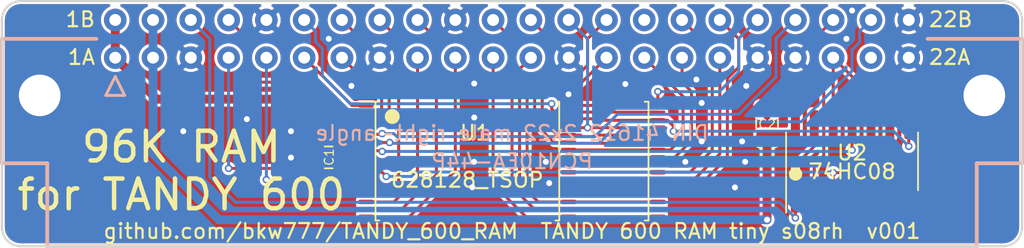
<source format=kicad_pcb>
(kicad_pcb (version 20211014) (generator pcbnew)
  (title_block (title "TANDY 600 RAM tiny s08rh") (date "2022-09-25") (rev "001") (company "Brian K. White - b.kenyon.w@gmail.com") (comment 1 "LICENSE: CC-BY-SA 4.0") (comment 2 "github.com/bkw777/TANDY_600_RAM"))
  (layers (0 "F.Cu" signal) (31 "B.Cu" signal) (34 "B.Paste" user) (35 "F.Paste" user) (36 "B.SilkS" user "B.Silkscreen") (37 "F.SilkS" user "F.Silkscreen") (38 "B.Mask" user) (39 "F.Mask" user) (44 "Edge.Cuts" user))
  (net 0 "")
  (net 1 "GND")
  (net 2 "VMEM")
  (net 3 "VCC")
  (net 4 "/A14")
  (net 5 "/A13")
  (net 6 "/A12")
  (net 7 "/A11")
  (net 8 "/A10")
  (net 9 "/A9")
  (net 10 "/A8")
  (net 11 "/A7")
  (net 12 "/A6")
  (net 13 "/A5")
  (net 14 "/A4")
  (net 15 "/A3")
  (net 16 "/A2")
  (net 17 "/A1")
  (net 18 "/A0")
  (net 19 "/D7")
  (net 20 "/D6")
  (net 21 "/D5")
  (net 22 "/D4")
  (net 23 "/D3")
  (net 24 "/D2")
  (net 25 "/D1")
  (net 26 "/D0")
  (net 27 "/~{OE}")
  (net 28 "/~{WE}")
  (net 29 "/CS2")
  (net 30 "/A15")
  (net 31 "/A16")
  (net 32 "/~{CS1}")
  (net 33 "/~{CS1_B}")
  (net 34 "/~{CS1_C}")
  (net 35 "/~{CS1_A}")
  (footprint "000_LOCAL:TSOP32-dual" (layer "F.Cu") (at 146.05 109.75)
    (fp_text reference "U1" (at -2.492 -1.905) (layer "F.SilkS"))
    (fp_text value "628128_TSOP" (at -3 1.27) (layer "F.SilkS"))
    (fp_line (start 3.175 -4) (end 2.925 -4) (layer "F.SilkS") (width 0.12))
    (fp_line (start 3.175 4) (end 2.925 4) (layer "F.SilkS") (width 0.12))
    (fp_line (start 9.175 4) (end 9.175 -4) (layer "F.SilkS") (width 0.12))
    (fp_line (start -10.25 -4) (end -8.925 -4) (layer "F.SilkS") (width 0.12))
    (fp_line (start 9.175 -4) (end 8.925 -4) (layer "F.SilkS") (width 0.12))
    (fp_line (start 9.175 4) (end 8.925 4) (layer "F.SilkS") (width 0.12))
    (fp_line (start -9.175 -4) (end -9.175 4) (layer "F.SilkS") (width 0.12))
    (fp_line (start -9.175 4) (end -8.925 4) (layer "F.SilkS") (width 0.12))
    (fp_line (start 3.175 4) (end 3.175 -4) (layer "F.SilkS") (width 0.12))
    (fp_circle (center -8.05 -3) (end -8.05 -2.75) (layer "F.SilkS") (width 0.5) (fill none))
    (pad "1" smd roundrect (at -9.8 -3.75 270) (size 0.3 1) (layers "F.Cu" "F.Paste" "F.Mask") (net 7 "/A11"))
    (pad "2" smd roundrect (at -9.8 -3.25 270) (size 0.3 1) (layers "F.Cu" "F.Paste" "F.Mask") (net 9 "/A9"))
    (pad "3" smd roundrect (at -9.8 -2.75 270) (size 0.3 1) (layers "F.Cu" "F.Paste" "F.Mask") (net 10 "/A8"))
    (pad "4" smd roundrect (at -9.8 -2.25 270) (size 0.3 1) (layers "F.Cu" "F.Paste" "F.Mask") (net 5 "/A13"))
    (pad "5" smd roundrect (at -9.8 -1.75 270) (size 0.3 1) (layers "F.Cu" "F.Paste" "F.Mask") (net 28 "/~{WE}"))
    (pad "6" smd roundrect (at -9.8 -1.25 270) (size 0.3 1) (layers "F.Cu" "F.Paste" "F.Mask") (net 29 "/CS2"))
    (pad "7" smd roundrect (at -9.8 -0.75 270) (size 0.3 1) (layers "F.Cu" "F.Paste" "F.Mask") (net 30 "/A15"))
    (pad "8" smd roundrect (at -9.8 -0.25 270) (size 0.3 1) (layers "F.Cu" "F.Paste" "F.Mask") (net 2 "VMEM"))
    (pad "9" smd roundrect (at -9.8 0.25 270) (size 0.3 1) (layers "F.Cu" "F.Paste" "F.Mask"))
    (pad "10" smd roundrect (at -9.8 0.75 270) (size 0.3 1) (layers "F.Cu" "F.Paste" "F.Mask") (net 31 "/A16"))
    (pad "11" smd roundrect (at -9.8 1.25 270) (size 0.3 1) (layers "F.Cu" "F.Paste" "F.Mask") (net 4 "/A14"))
    (pad "12" smd roundrect (at -9.8 1.75 270) (size 0.3 1) (layers "F.Cu" "F.Paste" "F.Mask") (net 6 "/A12"))
    (pad "13" smd roundrect (at -9.8 2.25 270) (size 0.3 1) (layers "F.Cu" "F.Paste" "F.Mask") (net 11 "/A7"))
    (pad "14" smd roundrect (at -9.8 2.75 270) (size 0.3 1) (layers "F.Cu" "F.Paste" "F.Mask") (net 12 "/A6"))
    (pad "15" smd roundrect (at -9.8 3.25 270) (size 0.3 1) (layers "F.Cu" "F.Paste" "F.Mask") (net 13 "/A5"))
    (pad "16" smd roundrect (at -9.8 3.75 270) (size 0.3 1) (layers "F.Cu" "F.Paste" "F.Mask") (net 14 "/A4"))
    (pad "17" smd roundrect (at 9.8 3.75 270) (size 0.3 1) (layers "F.Cu" "F.Paste" "F.Mask") (net 15 "/A3"))
    (pad "17" smd roundrect (at 3.8 3.75 270) (size 0.3 1) (layers "F.Cu" "F.Paste" "F.Mask") (net 15 "/A3"))
    (pad "18" smd roundrect (at 3.8 3.25 270) (size 0.3 1) (layers "F.Cu" "F.Paste" "F.Mask") (net 16 "/A2"))
    (pad "18" smd roundrect (at 9.8 3.25 270) (size 0.3 1) (layers "F.Cu" "F.Paste" "F.Mask") (net 16 "/A2"))
    (pad "19" smd roundrect (at 9.8 2.75 270) (size 0.3 1) (layers "F.Cu" "F.Paste" "F.Mask") (net 17 "/A1"))
    (pad "19" smd roundrect (at 3.8 2.75 270) (size 0.3 1) (layers "F.Cu" "F.Paste" "F.Mask") (net 17 "/A1"))
    (pad "20" smd roundrect (at 9.8 2.25 270) (size 0.3 1) (layers "F.Cu" "F.Paste" "F.Mask") (net 18 "/A0"))
    (pad "20" smd roundrect (at 3.8 2.25 270) (size 0.3 1) (layers "F.Cu" "F.Paste" "F.Mask") (net 18 "/A0"))
    (pad "21" smd roundrect (at 9.8 1.75 270) (size 0.3 1) (layers "F.Cu" "F.Paste" "F.Mask") (net 26 "/D0"))
    (pad "21" smd roundrect (at 3.8 1.75 270) (size 0.3 1) (layers "F.Cu" "F.Paste" "F.Mask") (net 26 "/D0"))
    (pad "22" smd roundrect (at 9.8 1.25 270) (size 0.3 1) (layers "F.Cu" "F.Paste" "F.Mask") (net 25 "/D1"))
    (pad "22" smd roundrect (at 3.8 1.25 270) (size 0.3 1) (layers "F.Cu" "F.Paste" "F.Mask") (net 25 "/D1"))
    (pad "23" smd roundrect (at 3.8 0.75 270) (size 0.3 1) (layers "F.Cu" "F.Paste" "F.Mask") (net 24 "/D2"))
    (pad "23" smd roundrect (at 9.8 0.75 270) (size 0.3 1) (layers "F.Cu" "F.Paste" "F.Mask") (net 24 "/D2"))
    (pad "24" smd roundrect (at 3.8 0.25 270) (size 0.3 1) (layers "F.Cu" "F.Paste" "F.Mask") (net 1 "GND"))
    (pad "24" smd roundrect (at 9.8 0.25 270) (size 0.3 1) (layers "F.Cu" "F.Paste" "F.Mask") (net 1 "GND"))
    (pad "25" smd roundrect (at 9.8 -0.25 270) (size 0.3 1) (layers "F.Cu" "F.Paste" "F.Mask") (net 23 "/D3"))
    (pad "25" smd roundrect (at 3.8 -0.25 270) (size 0.3 1) (layers "F.Cu" "F.Paste" "F.Mask") (net 23 "/D3"))
    (pad "26" smd roundrect (at 3.8 -0.75 270) (size 0.3 1) (layers "F.Cu" "F.Paste" "F.Mask") (net 22 "/D4"))
    (pad "26" smd roundrect (at 9.8 -0.75 270) (size 0.3 1) (layers "F.Cu" "F.Paste" "F.Mask") (net 22 "/D4"))
    (pad "27" smd roundrect (at 9.8 -1.25 270) (size 0.3 1) (layers "F.Cu" "F.Paste" "F.Mask") (net 21 "/D5"))
    (pad "27" smd roundrect (at 3.8 -1.25 270) (size 0.3 1) (layers "F.Cu" "F.Paste" "F.Mask") (net 21 "/D5"))
    (pad "28" smd roundrect (at 9.8 -1.75 270) (size 0.3 1) (layers "F.Cu" "F.Paste" "F.Mask") (net 20 "/D6"))
    (pad "28" smd roundrect (at 3.8 -1.75 270) (size 0.3 1) (layers "F.Cu" "F.Paste" "F.Mask") (net 20 "/D6"))
    (pad "29" smd roundrect (at 3.8 -2.25 270) (size 0.3 1) (layers "F.Cu" "F.Paste" "F.Mask") (net 19 "/D7"))
    (pad "29" smd roundrect (at 9.8 -2.25 270) (size 0.3 1) (layers "F.Cu" "F.Paste" "F.Mask") (net 19 "/D7"))
    (pad "30" smd roundrect (at 9.8 -2.75 270) (size 0.3 1) (layers "F.Cu" "F.Paste" "F.Mask") (net 32 "/~{CS1}"))
    (pad "30" smd roundrect (at 3.8 -2.75 270) (size 0.3 1) (layers "F.Cu" "F.Paste" "F.Mask") (net 32 "/~{CS1}"))
    (pad "31" smd roundrect (at 9.8 -3.25 270) (size 0.3 1) (layers "F.Cu" "F.Paste" "F.Mask") (net 8 "/A10"))
    (pad "31" smd roundrect (at 3.8 -3.25 270) (size 0.3 1) (layers "F.Cu" "F.Paste" "F.Mask") (net 8 "/A10"))
    (pad "32" smd roundrect (at 3.8 -3.75 270) (size 0.3 1) (layers "F.Cu" "F.Paste" "F.Mask") (net 27 "/~{OE}"))
    (pad "32" smd roundrect (at 9.8 -3.75 270) (size 0.3 1) (layers "F.Cu" "F.Paste" "F.Mask") (net 27 "/~{OE}"))
  )
  (footprint "000_LOCAL:SOIC-14_3.9x8.7mm_P1.27mm" (layer "F.Cu") (at 168.91 109.76912 90)
    (fp_text reference "U2" (at 0.58412 0 180) (layer "F.SilkS"))
    (fp_text value "74HC08" (at -0.68588 0) (layer "F.SilkS"))
    (fp_line (start 0 4.435) (end -1.95 4.435) (layer "F.SilkS") (width 0.12))
    (fp_line (start 0 4.435) (end 1.95 4.435) (layer "F.SilkS") (width 0.12))
    (fp_line (start 0 -4.435) (end -3.45 -4.435) (layer "F.SilkS") (width 0.12))
    (fp_line (start 0 -4.435) (end 1.95 -4.435) (layer "F.SilkS") (width 0.12))
    (fp_circle (center -0.85 -3.8) (end -0.45 -3.8) (layer "F.SilkS") (width 0.1) (fill solid))
    (pad "1" smd roundrect (at -2.475 -3.81 90) (size 1.95 0.6) (layers "F.Cu" "F.Paste" "F.Mask") (net 35 "/~{CS1_A}"))
    (pad "2" smd roundrect (at -2.475 -2.54 90) (size 1.95 0.6) (layers "F.Cu" "F.Paste" "F.Mask") (net 33 "/~{CS1_B}"))
    (pad "3" smd roundrect (at -2.475 -1.27 90) (size 1.95 0.6) (layers "F.Cu" "F.Paste" "F.Mask") (net 31 "/A16"))
    (pad "4" smd roundrect (at -2.475 0 90) (size 1.95 0.6) (layers "F.Cu" "F.Paste" "F.Mask") (net 1 "GND"))
    (pad "5" smd roundrect (at -2.475 1.27 90) (size 1.95 0.6) (layers "F.Cu" "F.Paste" "F.Mask") (net 1 "GND"))
    (pad "6" smd roundrect (at -2.475 2.54 90) (size 1.95 0.6) (layers "F.Cu" "F.Paste" "F.Mask"))
    (pad "7" smd roundrect (at -2.475 3.81 90) (size 1.95 0.6) (layers "F.Cu" "F.Paste" "F.Mask") (net 1 "GND"))
    (pad "8" smd roundrect (at 2.475 3.81 90) (size 1.95 0.6) (layers "F.Cu" "F.Paste" "F.Mask") (net 32 "/~{CS1}"))
    (pad "9" smd roundrect (at 2.475 2.54 90) (size 1.95 0.6) (layers "F.Cu" "F.Paste" "F.Mask") (net 31 "/A16"))
    (pad "10" smd roundrect (at 2.475 1.27 90) (size 1.95 0.6) (layers "F.Cu" "F.Paste" "F.Mask") (net 34 "/~{CS1_C}"))
    (pad "11" smd roundrect (at 2.475 0 90) (size 1.95 0.6) (layers "F.Cu" "F.Paste" "F.Mask") (net 30 "/A15"))
    (pad "12" smd roundrect (at 2.475 -1.27 90) (size 1.95 0.6) (layers "F.Cu" "F.Paste" "F.Mask") (net 34 "/~{CS1_C}"))
    (pad "13" smd roundrect (at 2.475 -2.54 90) (size 1.95 0.6) (layers "F.Cu" "F.Paste" "F.Mask") (net 35 "/~{CS1_A}"))
    (pad "14" smd roundrect (at 2.475 -3.81 90) (size 1.95 0.6) (layers "F.Cu" "F.Paste" "F.Mask") (net 3 "VCC"))
  )
  (footprint "000_LOCAL:C_0805" (layer "F.Cu") (at 133.725 109.5 180)
    (fp_text reference "C1" (at -0.0326 0.0198 90 unlocked) (layer "F.SilkS") (effects (font (size 0.6 0.6) (thickness 0.08))))
    (fp_text value "0.1uF")
    (fp_line (start -0.261252 -0.735) (end 0.261252 -0.735) (layer "F.SilkS") (width 0.12))
    (fp_line (start -0.261252 0.735) (end 0.261252 0.735) (layer "F.SilkS") (width 0.12))
    (pad "1" smd roundrect (at -0.95 0 180) (size 1 1.45) (layers "F.Cu" "F.Paste" "F.Mask") (net 2 "VMEM"))
    (pad "2" smd roundrect (at 0.95 0 180) (size 1 1.45) (layers "F.Cu" "F.Paste" "F.Mask") (net 1 "GND"))
  )
  (footprint "000_LOCAL:C_0805" (layer "F.Cu") (at 163.195 107.22912 90)
    (fp_text reference "C2" (at -0.025 0 unlocked) (layer "F.SilkS") (effects (font (size 0.6 0.6) (thickness 0.08))))
    (fp_text value "0.1uF")
    (fp_line (start -0.261252 0.735) (end 0.261252 0.735) (layer "F.SilkS") (width 0.12))
    (fp_line (start -0.261252 -0.735) (end 0.261252 -0.735) (layer "F.SilkS") (width 0.12))
    (pad "1" smd roundrect (at -0.95 0 90) (size 1 1.45) (layers "F.Cu" "F.Paste" "F.Mask") (net 3 "VCC"))
    (pad "2" smd roundrect (at 0.95 0 90) (size 1 1.45) (layers "F.Cu" "F.Paste" "F.Mask") (net 1 "GND"))
  )
  (footprint "000_LOCAL:DIN 41612 2x22 male right-angle" (layer "B.Cu") (at 146.05 101.51356 180)
    (fp_text reference "J1" hide)
    (fp_text value "DIN 41612 2x22 male right-angle" (at 0 -6.35) (layer "B.SilkS") (effects (justify mirror)))
    (fp_line (start 34.29 -8.382) (end 31.242 -8.382) (layer "B.SilkS") (width 0.254))
    (fp_line (start -31.242 -8.382) (end -34.29 -8.382) (layer "B.SilkS") (width 0.254))
    (fp_line (start 34.29 0) (end 34.29 -8.382) (layer "B.SilkS") (width 0.254))
    (fp_line (start -31.242 -13.97) (end -31.242 -8.382) (layer "B.SilkS") (width 0.254))
    (fp_line (start 31.242 -13.97) (end 31.242 -8.382) (layer "B.SilkS") (width 0.254))
    (fp_line (start -34.29 0) (end -34.29 -8.382) (layer "B.SilkS") (width 0.254))
    (fp_line (start 27.305 -3.81) (end 26.67 -2.54) (layer "B.SilkS") (width 0.2))
    (fp_line (start 31.242 -13.97) (end -31.242 -13.97) (layer "B.SilkS") (width 0.254))
    (fp_line (start 26.67 -2.54) (end 26.035 -3.81) (layer "B.SilkS") (width 0.2))
    (fp_line (start -27.94 0) (end -34.29 0) (layer "B.SilkS") (width 0.254))
    (fp_line (start 27.94 0) (end 34.29 0) (layer "B.SilkS") (width 0.254))
    (fp_line (start 26.035 -3.81) (end 27.305 -3.81) (layer "B.SilkS") (width 0.2))
    (pad "1A" thru_hole circle (at 26.67 -1.27 180) (size 1.524 1.524) (drill 0.8) (layers *.Cu *.Mask) (net 2 "VMEM"))
    (pad "1B" thru_hole circle (at 26.67 1.27 180) (size 1.524 1.524) (drill 0.8) (layers *.Cu *.Mask) (net 2 "VMEM"))
    (pad "2A" thru_hole circle (at 24.13 -1.27 180) (size 1.524 1.524) (drill 0.8) (layers *.Cu *.Mask) (net 3 "VCC"))
    (pad "2B" thru_hole circle (at 24.13 1.27 180) (size 1.524 1.524) (drill 0.8) (layers *.Cu *.Mask) (net 3 "VCC"))
    (pad "3A" thru_hole circle (at 21.59 -1.27 180) (size 1.524 1.524) (drill 0.8) (layers *.Cu *.Mask) (net 1 "GND"))
    (pad "3B" thru_hole circle (at 21.59 1.27 180) (size 1.524 1.524) (drill 0.8) (layers *.Cu *.Mask) (net 35 "/~{CS1_A}"))
    (pad "4A" thru_hole circle (at 19.05 -1.27 180) (size 1.524 1.524) (drill 0.8) (layers *.Cu *.Mask) (net 4 "/A14"))
    (pad "4B" thru_hole circle (at 19.05 1.27 180) (size 1.524 1.524) (drill 0.8) (layers *.Cu *.Mask) (net 5 "/A13"))
    (pad "5A" thru_hole circle (at 16.51 -1.27 180) (size 1.524 1.524) (drill 0.8) (layers *.Cu *.Mask) (net 6 "/A12"))
    (pad "5B" thru_hole circle (at 16.51 1.27 180) (size 1.524 1.524) (drill 0.8) (layers *.Cu *.Mask) (net 1 "GND"))
    (pad "6A" thru_hole circle (at 13.97 -1.27 180) (size 1.524 1.524) (drill 0.8) (layers *.Cu *.Mask) (net 7 "/A11"))
    (pad "6B" thru_hole circle (at 13.97 1.27 180) (size 1.524 1.524) (drill 0.8) (layers *.Cu *.Mask) (net 8 "/A10"))
    (pad "7A" thru_hole circle (at 11.43 -1.27 180) (size 1.524 1.524) (drill 0.8) (layers *.Cu *.Mask) (net 9 "/A9"))
    (pad "7B" thru_hole circle (at 11.43 1.27 180) (size 1.524 1.524) (drill 0.8) (layers *.Cu *.Mask) (net 10 "/A8"))
    (pad "8A" thru_hole circle (at 8.89 -1.27 180) (size 1.524 1.524) (drill 0.8) (layers *.Cu *.Mask) (net 1 "GND"))
    (pad "8B" thru_hole circle (at 8.89 1.27 180) (size 1.524 1.524) (drill 0.8) (layers *.Cu *.Mask) (net 11 "/A7"))
    (pad "9A" thru_hole circle (at 6.35 -1.27 180) (size 1.524 1.524) (drill 0.8) (layers *.Cu *.Mask) (net 12 "/A6"))
    (pad "9B" thru_hole circle (at 6.35 1.27 180) (size 1.524 1.524) (drill 0.8) (layers *.Cu *.Mask) (net 13 "/A5"))
    (pad "10A" thru_hole circle (at 3.81 -1.27 180) (size 1.524 1.524) (drill 0.8) (layers *.Cu *.Mask) (net 14 "/A4"))
    (pad "10B" thru_hole circle (at 3.81 1.27 180) (size 1.524 1.524) (drill 0.8) (layers *.Cu *.Mask) (net 1 "GND"))
    (pad "11A" thru_hole circle (at 1.27 -1.27 180) (size 1.524 1.524) (drill 0.8) (layers *.Cu *.Mask) (net 15 "/A3"))
    (pad "11B" thru_hole circle (at 1.27 1.27 180) (size 1.524 1.524) (drill 0.8) (layers *.Cu *.Mask) (net 16 "/A2"))
    (pad "12A" thru_hole circle (at -1.27 -1.27 180) (size 1.524 1.524) (drill 0.8) (layers *.Cu *.Mask) (net 17 "/A1"))
    (pad "12B" thru_hole circle (at -1.27 1.27 180) (size 1.524 1.524) (drill 0.8) (layers *.Cu *.Mask) (net 18 "/A0"))
    (pad "13A" thru_hole circle (at -3.81 -1.27 180) (size 1.524 1.524) (drill 0.8) (layers *.Cu *.Mask) (net 1 "GND"))
    (pad "13B" thru_hole circle (at -3.81 1.27 180) (size 1.524 1.524) (drill 0.8) (layers *.Cu *.Mask) (net 19 "/D7"))
    (pad "14A" thru_hole circle (at -6.35 -1.27 180) (size 1.524 1.524) (drill 0.8) (layers *.Cu *.Mask) (net 20 "/D6"))
    (pad "14B" thru_hole circle (at -6.35 1.27 180) (size 1.524 1.524) (drill 0.8) (layers *.Cu *.Mask) (net 21 "/D5"))
    (pad "15A" thru_hole circle (at -8.89 -1.27 180) (size 1.524 1.524) (drill 0.8) (layers *.Cu *.Mask) (net 22 "/D4"))
    (pad "15B" thru_hole circle (at -8.89 1.27 180) (size 1.524 1.524) (drill 0.8) (layers *.Cu *.Mask))
    (pad "16A" thru_hole circle (at -11.43 -1.27 180) (size 1.524 1.524) (drill 0.8) (layers *.Cu *.Mask) (net 23 "/D3"))
    (pad "16B" thru_hole circle (at -11.43 1.27 180) (size 1.524 1.524) (drill 0.8) (layers *.Cu *.Mask) (net 24 "/D2"))
    (pad "17A" thru_hole circle (at -13.97 -1.27 180) (size 1.524 1.524) (drill 0.8) (layers *.Cu *.Mask) (net 25 "/D1"))
    (pad "17B" thru_hole circle (at -13.97 1.27 180) (size 1.524 1.524) (drill 0.8) (layers *.Cu *.Mask) (net 26 "/D0"))
    (pad "18A" thru_hole circle (at -16.51 -1.27 180) (size 1.524 1.524) (drill 0.8) (layers *.Cu *.Mask) (net 1 "GND"))
    (pad "18B" thru_hole circle (at -16.51 1.27 180) (size 1.524 1.524) (drill 0.8) (layers *.Cu *.Mask) (net 27 "/~{OE}"))
    (pad "19A" thru_hole circle (at -19.05 -1.27 180) (size 1.524 1.524) (drill 0.8) (layers *.Cu *.Mask) (net 1 "GND"))
    (pad "19B" thru_hole circle (at -19.05 1.27 180) (size 1.524 1.524) (drill 0.8) (layers *.Cu *.Mask) (net 28 "/~{WE}"))
    (pad "20A" thru_hole circle (at -21.59 -1.27 180) (size 1.524 1.524) (drill 0.8) (layers *.Cu *.Mask) (net 34 "/~{CS1_C}"))
    (pad "20B" thru_hole circle (at -21.59 1.27 180) (size 1.524 1.524) (drill 0.8) (layers *.Cu *.Mask) (net 33 "/~{CS1_B}"))
    (pad "21A" thru_hole circle (at -24.13 -1.27 180) (size 1.524 1.524) (drill 0.8) (layers *.Cu *.Mask))
    (pad "21B" thru_hole circle (at -24.13 1.27 180) (size 1.524 1.524) (drill 0.8) (layers *.Cu *.Mask) (net 29 "/CS2"))
    (pad "22A" thru_hole circle (at -26.67 -1.27 180) (size 1.524 1.524) (drill 0.8) (layers *.Cu *.Mask) (net 1 "GND"))
    (pad "22B" thru_hole circle (at -26.67 1.27 180) (size 1.524 1.524) (drill 0.8) (layers *.Cu *.Mask) (net 1 "GND"))
    (pad "S1" thru_hole oval (at 31.75 -3.81 180) (size 2.999999 4.500001) (drill 2.799999) (layers *.Cu *.Mask) (net 1 "GND"))
    (pad "S2" thru_hole oval (at -31.75 -3.81 180) (size 2.999999 4.500001) (drill 2.799999) (layers *.Cu *.Mask) (net 1 "GND"))
  )
  (gr_arc (start 111.76 100.24356) (mid 112.13196 99.345509) (end 113.03 98.97356) (layer "Edge.Cuts") (width 0.15))
  (gr_arc (start 179.07 98.97356) (mid 179.968011 99.345537) (end 180.34 100.24356) (layer "Edge.Cuts") (width 0.15))
  (gr_line (start 180.34 114.21356) (end 180.34 100.24356) (layer "Edge.Cuts") (width 0.15))
  (gr_arc (start 180.34 114.21356) (mid 179.968011 115.11156) (end 179.07 115.48356) (layer "Edge.Cuts") (width 0.15))
  (gr_arc (start 113.03 115.48356) (mid 112.13196 115.111588) (end 111.76 114.21356) (layer "Edge.Cuts") (width 0.15))
  (gr_line (start 113.03 98.97356) (end 179.07 98.97356) (layer "Edge.Cuts") (width 0.15))
  (gr_line (start 179.07 115.48356) (end 113.03 115.48356) (layer "Edge.Cuts") (width 0.15))
  (gr_line (start 111.76 114.21356) (end 111.76 100.24356) (layer "Edge.Cuts") (width 0.15))
  (gr_text "PCN10EA-44P" (at 146.05 109.76856) (layer "B.SilkS") (effects (font (size 1 1)) (justify mirror)))
  (gr_text "22B" (at 173.99 100.20856) (layer "F.SilkS") (effects (font (size 1 1)) (justify left)))
  (gr_text "22A" (at 173.99 102.74856) (layer "F.SilkS") (effects (font (size 1 1)) (justify left)))
  (gr_text "1A" (at 118.11 102.74856) (layer "F.SilkS") (effects (font (size 1 1)) (justify right)))
  (gr_text "1B" (at 118.11 100.20856) (layer "F.SilkS") (effects (font (size 1 1)) (justify right)))
  (gr_text "${COMMENT2}  ${TITLE}  v${REVISION}" (at 146.05 114.46756) (layer "F.SilkS") (effects (font (size 1 1))))
  (gr_text "96K RAM\nfor TANDY 600" (at 123.825 110.40356) (layer "F.SilkS") (effects (font (size 2 2) (thickness 0.3))))
  (via (at 149.85 105.24912) (size 0.6) (drill 0.4) (layers "F.Cu" "B.Cu") (net 1))
  (via (at 161.5186 108.42292) (size 0.6) (drill 0.4) (layers "F.Cu" "B.Cu") (net 1))
  (via (at 161.798 104.68912) (size 0.6) (drill 0.4) (layers "F.Cu" "B.Cu") (net 1))
  (via (at 148.325 109.79912) (size 0.6) (drill 0.4) (layers "F.Cu" "B.Cu") (net 1))
  (via (at 158.4452 104.25732) (size 0.6) (drill 0.4) (layers "F.Cu" "B.Cu") (net 1))
  (via (at 153.67 104.56156) (size 0.6) (drill 0.4) (layers "F.Cu" "B.Cu") (net 1))
  (via (at 168.91 99.60912) (size 0.6) (drill 0.4) (layers "F.Cu" "B.Cu") (net 1))
  (via (at 143.383 111.51156) (size 0.6) (drill 0.4) (layers "F.Cu" "B.Cu") (net 1))
  (via (at 168.529 101.51412) (size 0.6) (drill 0.4) (layers "F.Cu" "B.Cu") (net 1))
  (via (at 158.8008 108.42292) (size 0.6) (drill 0.4) (layers "F.Cu" "B.Cu") (net 1))
  (via (at 161.036 111.52172) (size 0.6) (drill 0.4) (layers "F.Cu" "B.Cu") (net 1))
  (via (at 158.8008 105.83212) (size 0.6) (drill 0.4) (layers "F.Cu" "B.Cu") (net 1))
  (via (at 123.952 107.73712) (size 0.6) (drill 0.4) (layers "F.Cu" "B.Cu") (net 1))
  (via (at 131.191 109.51512) (size 0.6) (drill 0.4) (layers "F.Cu" "B.Cu") (net 1))
  (via (at 131.191 107.73712) (size 0.6) (drill 0.4) (layers "F.Cu" "B.Cu") (net 1))
  (via (at 143.51 106.81256) (size 0.6) (drill 0.4) (layers "F.Cu" "B.Cu") (net 1))
  (via (at 148.55 111.23356) (size 0.6) (drill 0.4) (layers "F.Cu" "B.Cu") (net 1))
  (via (at 157.7 109.79912) (size 0.6) (drill 0.4) (layers "F.Cu" "B.Cu") (net 1))
  (via (at 133.731 101.51412) (size 0.6) (drill 0.4) (layers "F.Cu" "B.Cu") (net 1))
  (via (at 135.255 104.68912) (size 0.6) (drill 0.4) (layers "F.Cu" "B.Cu") (net 1))
  (via (at 128.225 106.92412) (size 0.6) (drill 0.4) (layers "F.Cu" "B.Cu") (net 1))
  (via (at 161.7218 109.79452) (size 0.6) (drill 0.4) (layers "F.Cu" "B.Cu") (net 1))
  (via (at 143.5 109.79912) (size 0.6) (drill 0.4) (layers "F.Cu" "B.Cu") (net 1))
  (via (at 143.51 104.52656) (size 0.6) (drill 0.4) (layers "F.Cu" "B.Cu") (net 1))
  (segment (start 136.25 109.5) (end 134.67588 109.5) (width 0.3) (layer "F.Cu") (net 2))
  (segment (start 122.17456 105.57812) (end 119.38 102.78356) (width 0.6) (layer "F.Cu") (net 2))
  (segment (start 134.475 109.3) (end 134.475 108.30332) (width 0.6) (layer "F.Cu") (net 2))
  (segment (start 131.7498 105.57812) (end 122.17456 105.57812) (width 0.6) (layer "F.Cu") (net 2))
  (segment (start 134.675 109.5) (end 134.475 109.3) (width 0.6) (layer "F.Cu") (net 2))
  (segment (start 119.38 100.24356) (end 119.38 102.78356) (width 0.6) (layer "F.Cu") (net 2))
  (segment (start 134.475 108.30332) (end 131.7498 105.57812) (width 0.6) (layer "F.Cu") (net 2))
  (segment (start 163.195 108.17912) (end 163.383 107.99112) (width 0.6) (layer "F.Cu") (net 3))
  (segment (start 163.195 113.69912) (end 163.195 108.17912) (width 0.6) (layer "F.Cu") (net 3))
  (segment (start 165.1 107.99112) (end 165.1 107.29412) (width 0.6) (layer "F.Cu") (net 3))
  (segment (start 163.383 107.99112) (end 165.1 107.99112) (width 0.6) (layer "F.Cu") (net 3))
  (via (at 163.195 113.69912) (size 0.6) (drill 0.4) (layers "F.Cu" "B.Cu") (net 3))
  (segment (start 121.92 100.24356) (end 121.92 102.78356) (width 0.6) (layer "B.Cu") (net 3))
  (segment (start 163.195 113.69912) (end 126.358 113.69912) (width 0.6) (layer "B.Cu") (net 3))
  (segment (start 121.92 109.26112) (end 121.92 102.78356) (width 0.6) (layer "B.Cu") (net 3))
  (segment (start 126.358 113.69912) (end 121.92 109.26112) (width 0.6) (layer "B.Cu") (net 3))
  (segment (start 127 110.24156) (end 130.048 110.24156) (width 0.2) (layer "F.Cu") (net 4))
  (segment (start 130.048 110.24156) (end 130.80556 110.99912) (width 0.2) (layer "F.Cu") (net 4))
  (segment (start 130.80556 110.99912) (end 136.24912 110.99912) (width 0.2) (layer "F.Cu") (net 4))
  (segment (start 136.24912 110.99912) (end 136.25 111) (width 0.2) (layer "F.Cu") (net 4))
  (via (at 127 110.24156) (size 0.5) (drill 0.3) (layers "F.Cu" "B.Cu") (net 4))
  (segment (start 127 110.24156) (end 127 102.78356) (width 0.2) (layer "B.Cu") (net 4))
  (segment (start 135.24648 107.5) (end 132.18104 104.43456) (width 0.2) (layer "F.Cu") (net 5))
  (segment (start 128.27 101.51356) (end 127 100.24356) (width 0.2) (layer "F.Cu") (net 5))
  (segment (start 128.27 103.67284) (end 128.27 101.51356) (width 0.2) (layer "F.Cu") (net 5))
  (segment (start 136.25 107.5) (end 135.24648 107.5) (width 0.2) (layer "F.Cu") (net 5))
  (segment (start 129.03172 104.43456) (end 128.27 103.67284) (width 0.2) (layer "F.Cu") (net 5))
  (segment (start 132.18104 104.43456) (end 129.03172 104.43456) (width 0.2) (layer "F.Cu") (net 5))
  (segment (start 130.03556 111.49912) (end 136.24912 111.49912) (width 0.2) (layer "F.Cu") (net 6))
  (segment (start 136.24912 111.49912) (end 136.25 111.5) (width 0.2) (layer "F.Cu") (net 6))
  (segment (start 129.54 111.00356) (end 130.03556 111.49912) (width 0.2) (layer "F.Cu") (net 6))
  (via (at 129.54 111.00356) (size 0.5) (drill 0.3) (layers "F.Cu" "B.Cu") (net 6))
  (segment (start 129.54 111.00356) (end 129.54 102.78356) (width 0.2) (layer "B.Cu") (net 6))
  (segment (start 132.08 102.78356) (end 135.29644 106) (width 0.2) (layer "F.Cu") (net 7))
  (segment (start 135.29644 106) (end 136.25 106) (width 0.2) (layer "F.Cu") (net 7))
  (segment (start 148.717 106.242) (end 148.717 105.88356) (width 0.2) (layer "F.Cu") (net 8))
  (segment (start 155.85 106.5) (end 155.8 106.45) (width 0.2) (layer "F.Cu") (net 8))
  (segment (start 148.975 106.5) (end 148.717 106.242) (width 0.2) (layer "F.Cu") (net 8))
  (segment (start 149.9 106.45) (end 149.85 106.5) (width 0.2) (layer "F.Cu") (net 8))
  (segment (start 155.8 106.45) (end 149.9 106.45) (width 0.2) (layer "F.Cu") (net 8))
  (segment (start 149.85 106.5) (end 148.975 106.5) (width 0.2) (layer "F.Cu") (net 8))
  (via (at 148.717 105.88356) (size 0.5) (drill 0.3) (layers "F.Cu" "B.Cu") (net 8))
  (segment (start 133.3 104.00356) (end 133.3 102.16262) (width 0.2) (layer "B.Cu") (net 8))
  (segment (start 148.717 105.88356) (end 135.18 105.88356) (width 0.2) (layer "B.Cu") (net 8))
  (segment (start 132.842 101.00556) (end 132.08 100.24356) (width 0.2) (layer "B.Cu") (net 8))
  (segment (start 132.842 101.70462) (end 132.842 101.00556) (width 0.2) (layer "B.Cu") (net 8))
  (segment (start 133.3 102.16262) (end 132.842 101.70462) (width 0.2) (layer "B.Cu") (net 8))
  (segment (start 135.18 105.88356) (end 133.3 104.00356) (width 0.2) (layer "B.Cu") (net 8))
  (segment (start 137.287 106.21256) (end 136.99956 106.5) (width 0.2) (layer "F.Cu") (net 9))
  (segment (start 137.287 105.45056) (end 137.287 106.21256) (width 0.2) (layer "F.Cu") (net 9))
  (segment (start 134.62 102.78356) (end 137.287 105.45056) (width 0.2) (layer "F.Cu") (net 9))
  (segment (start 136.99956 106.5) (end 136.25 106.5) (width 0.2) (layer "F.Cu") (net 9))
  (segment (start 137.795 106.46656) (end 137.795 105.19712) (width 0.2) (layer "F.Cu") (net 10))
  (segment (start 137.26156 107) (end 137.795 106.46656) (width 0.2) (layer "F.Cu") (net 10))
  (segment (start 135.89 101.51356) (end 134.62 100.24356) (width 0.2) (layer "F.Cu") (net 10))
  (segment (start 135.89 103.29212) (end 135.89 101.51356) (width 0.2) (layer "F.Cu") (net 10))
  (segment (start 136.25 107) (end 137.26156 107) (width 0.2) (layer "F.Cu") (net 10))
  (segment (start 137.795 105.19712) (end 135.89 103.29212) (width 0.2) (layer "F.Cu") (net 10))
  (segment (start 136.25 112) (end 137.59556 112) (width 0.2) (layer "F.Cu") (net 11))
  (segment (start 138.43 101.51356) (end 137.16 100.24356) (width 0.2) (layer "F.Cu") (net 11))
  (segment (start 138.43 111.16556) (end 138.43 101.51356) (width 0.2) (layer "F.Cu") (net 11))
  (segment (start 137.59556 112) (end 138.43 111.16556) (width 0.2) (layer "F.Cu") (net 11))
  (segment (start 138.11156 112.5) (end 136.25 112.5) (width 0.2) (layer "F.Cu") (net 12))
  (segment (start 139.7 102.78356) (end 139.7 110.91156) (width 0.2) (layer "F.Cu") (net 12))
  (segment (start 139.7 110.91156) (end 138.11156 112.5) (width 0.2) (layer "F.Cu") (net 12))
  (segment (start 138.62756 113) (end 140.97 110.65756) (width 0.2) (layer "F.Cu") (net 13))
  (segment (start 140.97 101.51356) (end 139.7 100.24356) (width 0.2) (layer "F.Cu") (net 13))
  (segment (start 140.97 110.65756) (end 140.97 101.51356) (width 0.2) (layer "F.Cu") (net 13))
  (segment (start 136.25 113) (end 138.62756 113) (width 0.2) (layer "F.Cu") (net 13))
  (segment (start 142.24 102.78356) (end 142.24 110.40356) (width 0.2) (layer "F.Cu") (net 14))
  (segment (start 139.14356 113.5) (end 136.25 113.5) (width 0.2) (layer "F.Cu") (net 14))
  (segment (start 142.24 110.40356) (end 139.14356 113.5) (width 0.2) (layer "F.Cu") (net 14))
  (segment (start 155.84912 113.49912) (end 146.98656 113.49912) (width 0.2) (layer "F.Cu") (net 15))
  (segment (start 146.98656 113.49912) (end 144.78 111.29256) (width 0.2) (layer "F.Cu") (net 15))
  (segment (start 144.78 111.29256) (end 144.78 102.78356) (width 0.2) (layer "F.Cu") (net 15))
  (segment (start 155.85 113.5) (end 155.84912 113.49912) (width 0.2) (layer "F.Cu") (net 15))
  (segment (start 146.05 111.48356) (end 146.05 101.51356) (width 0.2) (layer "F.Cu") (net 16))
  (segment (start 146.05 101.51356) (end 144.78 100.24356) (width 0.2) (layer "F.Cu") (net 16))
  (segment (start 155.85 113) (end 155.84912 112.99912) (width 0.2) (layer "F.Cu") (net 16))
  (segment (start 155.84912 112.99912) (end 147.56556 112.99912) (width 0.2) (layer "F.Cu") (net 16))
  (segment (start 147.56556 112.99912) (end 146.05 111.48356) (width 0.2) (layer "F.Cu") (net 16))
  (segment (start 146.558 111.24156) (end 147.81556 112.49912) (width 0.2) (layer "F.Cu") (net 17))
  (segment (start 146.558 103.54556) (end 146.558 111.24156) (width 0.2) (layer "F.Cu") (net 17))
  (segment (start 147.81556 112.49912) (end 155.84912 112.49912) (width 0.2) (layer "F.Cu") (net 17))
  (segment (start 147.32 102.78356) (end 146.558 103.54556) (width 0.2) (layer "F.Cu") (net 17))
  (segment (start 155.84912 112.49912) (end 155.85 112.5) (width 0.2) (layer "F.Cu") (net 17))
  (segment (start 148.59 103.29212) (end 148.59 101.51356) (width 0.2) (layer "F.Cu") (net 18))
  (segment (start 148.06556 111.99912) (end 147.066 110.99956) (width 0.2) (layer "F.Cu") (net 18))
  (segment (start 155.85 112) (end 155.84912 111.99912) (width 0.2) (layer "F.Cu") (net 18))
  (segment (start 155.84912 111.99912) (end 148.06556 111.99912) (width 0.2) (layer "F.Cu") (net 18))
  (segment (start 147.066 104.81612) (end 148.59 103.29212) (width 0.2) (layer "F.Cu") (net 18))
  (segment (start 147.066 110.99956) (end 147.066 104.81612) (width 0.2) (layer "F.Cu") (net 18))
  (segment (start 148.59 101.51356) (end 147.32 100.24356) (width 0.2) (layer "F.Cu") (net 18))
  (segment (start 151.13088 107.49912) (end 155.84912 107.49912) (width 0.2) (layer "F.Cu") (net 19))
  (segment (start 151.13 107.5) (end 151.13088 107.49912) (width 0.2) (layer "F.Cu") (net 19))
  (segment (start 151.13 107.5) (end 149.85 107.5) (width 0.2) (layer "F.Cu") (net 19))
  (segment (start 155.84912 107.49912) (end 155.85 107.5) (width 0.2) (layer "F.Cu") (net 19))
  (via (at 151.13 107.5) (size 0.5) (drill 0.3) (layers "F.Cu" "B.Cu") (net 19))
  (segment (start 151.13 107.5) (end 151.13 101.51356) (width 0.2) (layer "B.Cu") (net 19))
  (segment (start 151.13 101.51356) (end 149.86 100.24356) (width 0.2) (layer "B.Cu") (net 19))
  (segment (start 151.605 107.99912) (end 151.50412 108.1) (width 0.2) (layer "F.Cu") (net 20))
  (segment (start 148.082 105.32412) (end 148.844 104.56212) (width 0.2) (layer "F.Cu") (net 20))
  (segment (start 149.10088 108) (end 148.082 106.98112) (width 0.2) (layer "F.Cu") (net 20))
  (segment (start 148.844 104.56212) (end 150.62144 104.56212) (width 0.2) (layer "F.Cu") (net 20))
  (segment (start 155.85 107.99912) (end 151.605 107.99912) (width 0.2) (layer "F.Cu") (net 20))
  (segment (start 151.50412 108.1) (end 150.75588 108.1) (width 0.2) (layer "F.Cu") (net 20))
  (segment (start 148.082 106.98112) (end 148.082 105.32412) (width 0.2) (layer "F.Cu") (net 20))
  (segment (start 150.65588 108) (end 149.10088 108) (width 0.2) (layer "F.Cu") (net 20))
  (segment (start 150.75588 108.1) (end 150.65588 108) (width 0.2) (layer "F.Cu") (net 20))
  (segment (start 150.62144 104.56212) (end 152.4 102.78356) (width 0.2) (layer "F.Cu") (net 20))
  (segment (start 148.59056 104.05356) (end 150.368 104.05356) (width 0.2) (layer "F.Cu") (net 21))
  (segment (start 147.574 105.07012) (end 148.59056 104.05356) (width 0.2) (layer "F.Cu") (net 21))
  (segment (start 147.574 107.19812) (end 147.574 105.07012) (width 0.2) (layer "F.Cu") (net 21))
  (segment (start 148.87588 108.5) (end 147.574 107.19812) (width 0.2) (layer "F.Cu") (net 21))
  (segment (start 149.9 108.55) (end 149.85 108.5) (width 0.2) (layer "F.Cu") (net 21))
  (segment (start 149.85 108.5) (end 148.87588 108.5) (width 0.2) (layer "F.Cu") (net 21))
  (segment (start 155.8 108.55) (end 149.9 108.55) (width 0.2) (layer "F.Cu") (net 21))
  (segment (start 155.85 108.5) (end 155.8 108.55) (width 0.2) (layer "F.Cu") (net 21))
  (segment (start 151.13 101.51356) (end 152.4 100.24356) (width 0.2) (layer "F.Cu") (net 21))
  (segment (start 151.13 103.29156) (end 151.13 101.51356) (width 0.2) (layer "F.Cu") (net 21))
  (segment (start 150.368 104.05356) (end 151.13 103.29156) (width 0.2) (layer "F.Cu") (net 21))
  (segment (start 157.55 108.14323) (end 156.69411 108.99912) (width 0.2) (layer "F.Cu") (net 22))
  (segment (start 149.85088 108.99912) (end 149.85 109) (width 0.2) (layer "F.Cu") (net 22))
  (segment (start 154.94 102.78356) (end 157.55 105.39356) (width 0.2) (layer "F.Cu") (net 22))
  (segment (start 156.69411 108.99912) (end 149.85088 108.99912) (width 0.2) (layer "F.Cu") (net 22))
  (segment (start 157.55 105.39356) (end 157.55 108.14323) (width 0.2) (layer "F.Cu") (net 22))
  (segment (start 156.988 109.49912) (end 149.85088 109.49912) (width 0.2) (layer "F.Cu") (net 23))
  (segment (start 158.115 105.07012) (end 158.115 108.37212) (width 0.2) (layer "F.Cu") (net 23))
  (segment (start 157.48 104.43512) (end 158.115 105.07012) (width 0.2) (layer "F.Cu") (net 23))
  (segment (start 149.85088 109.49912) (end 149.85 109.5) (width 0.2) (layer "F.Cu") (net 23))
  (segment (start 158.115 108.37212) (end 156.988 109.49912) (width 0.2) (layer "F.Cu") (net 23))
  (segment (start 157.48 102.78356) (end 157.48 104.43512) (width 0.2) (layer "F.Cu") (net 23))
  (segment (start 159.512 104.15572) (end 159.512 109.00656) (width 0.2) (layer "F.Cu") (net 24))
  (segment (start 158.75 101.51356) (end 158.75 103.39372) (width 0.2) (layer "F.Cu") (net 24))
  (segment (start 149.85088 110.49912) (end 149.85 110.5) (width 0.2) (layer "F.Cu") (net 24))
  (segment (start 159.512 109.00656) (end 158.01944 110.49912) (width 0.2) (layer "F.Cu") (net 24))
  (segment (start 158.75 103.39372) (end 159.512 104.15572) (width 0.2) (layer "F.Cu") (net 24))
  (segment (start 158.01944 110.49912) (end 149.85088 110.49912) (width 0.2) (layer "F.Cu") (net 24))
  (segment (start 157.48 100.24356) (end 158.75 101.51356) (width 0.2) (layer "F.Cu") (net 24))
  (segment (start 149.85088 110.99912) (end 149.85 111) (width 0.2) (layer "F.Cu") (net 25))
  (segment (start 160.02 102.78356) (end 160.02 109.26056) (width 0.2) (layer "F.Cu") (net 25))
  (segment (start 158.28144 110.99912) (end 149.85088 110.99912) (width 0.2) (layer "F.Cu") (net 25))
  (segment (start 160.02 109.26056) (end 158.28144 110.99912) (width 0.2) (layer "F.Cu") (net 25))
  (segment (start 160.528 104.18112) (end 160.528 109.51456) (width 0.2) (layer "F.Cu") (net 26))
  (segment (start 161.29 103.41912) (end 160.528 104.18112) (width 0.2) (layer "F.Cu") (net 26))
  (segment (start 161.29 101.51356) (end 161.29 103.41912) (width 0.2) (layer "F.Cu") (net 26))
  (segment (start 160.02 100.24356) (end 161.29 101.51356) (width 0.2) (layer "F.Cu") (net 26))
  (segment (start 160.528 109.51456) (end 158.54344 111.49912) (width 0.2) (layer "F.Cu") (net 26))
  (segment (start 149.85088 111.49912) (end 149.85 111.5) (width 0.2) (layer "F.Cu") (net 26))
  (segment (start 158.54344 111.49912) (end 149.85088 111.49912) (width 0.2) (layer "F.Cu") (net 26))
  (segment (start 155.83444 105.99912) (end 149.85088 105.99912) (width 0.2) (layer "F.Cu") (net 27))
  (segment (start 149.85088 105.99912) (end 149.85 106) (width 0.2) (layer "F.Cu") (net 27))
  (segment (start 155.8544 105.97916) (end 155.83444 105.99912) (width 0.2) (layer "F.Cu") (net 27))
  (segment (start 155.8544 105.07012) (end 155.8544 105.97916) (width 0.2) (layer "F.Cu") (net 27))
  (via (at 155.8544 105.07012) (size 0.5) (drill 0.3) (layers "F.Cu" "B.Cu") (net 27))
  (segment (start 159.98444 105.07012) (end 161.29 103.76456) (width 0.2) (layer "B.Cu") (net 27))
  (segment (start 161.29 103.76456) (end 161.29 101.49356) (width 0.2) (layer "B.Cu") (net 27))
  (segment (start 162.54 100.24356) (end 162.56 100.24356) (width 0.2) (layer "B.Cu") (net 27))
  (segment (start 161.29 101.49356) (end 162.54 100.24356) (width 0.2) (layer "B.Cu") (net 27))
  (segment (start 155.8544 105.07012) (end 159.98444 105.07012) (width 0.2) (layer "B.Cu") (net 27))
  (segment (start 137.27412 107.95) (end 136.3 107.95) (width 0.2) (layer "F.Cu") (net 28))
  (segment (start 137.325 107.89912) (end 137.27412 107.95) (width 0.2) (layer "F.Cu") (net 28))
  (segment (start 136.3 107.95) (end 136.25 108) (width 0.2) (layer "F.Cu") (net 28))
  (segment (start 136.25 108) (end 136.25 107.99912) (width 0.2) (layer "F.Cu") (net 28))
  (via (at 137.325 107.89912) (size 0.5) (drill 0.3) (layers "F.Cu" "B.Cu") (net 28))
  (segment (start 163.8 104.08412) (end 163.8 101.48356) (width 0.2) (layer "B.Cu") (net 28))
  (segment (start 153.13 106.59412) (end 161.29 106.59412) (width 0.2) (layer "B.Cu") (net 28))
  (segment (start 137.325 107.89912) (end 138.1125 107.89912) (width 0.2) (layer "B.Cu") (net 28))
  (segment (start 165.04 100.24356) (end 165.1 100.24356) (width 0.2) (layer "B.Cu") (net 28))
  (segment (start 138.3125 108.09912) (end 151.625 108.09912) (width 0.2) (layer "B.Cu") (net 28))
  (segment (start 138.1125 107.89912) (end 138.3125 108.09912) (width 0.2) (layer "B.Cu") (net 28))
  (segment (start 161.29 106.59412) (end 163.8 104.08412) (width 0.2) (layer "B.Cu") (net 28))
  (segment (start 151.625 108.09912) (end 153.13 106.59412) (width 0.2) (layer "B.Cu") (net 28))
  (segment (start 163.8 101.48356) (end 165.04 100.24356) (width 0.2) (layer "B.Cu") (net 28))
  (segment (start 136.25088 108.49912) (end 136.25 108.5) (width 0.2) (layer "F.Cu") (net 29))
  (segment (start 137.825 108.49912) (end 136.25088 108.49912) (width 0.2) (layer "F.Cu") (net 29))
  (via (at 137.825 108.49912) (size 0.5) (drill 0.3) (layers "F.Cu" "B.Cu") (net 29))
  (segment (start 153.347 107.10212) (end 165.481 107.10212) (width 0.2) (layer "B.Cu") (net 29))
  (segment (start 169.418 101.74272) (end 169.418 101.00556) (width 0.2) (layer "B.Cu") (net 29))
  (segment (start 151.9 108.54912) (end 153.347 107.10212) (width 0.2) (layer "B.Cu") (net 29))
  (segment (start 168.91 102.25072) (end 169.418 101.74272) (width 0.2) (layer "B.Cu") (net 29))
  (segment (start 137.875 108.54912) (end 151.9 108.54912) (width 0.2) (layer "B.Cu") (net 29))
  (segment (start 165.481 107.10212) (end 168.91 103.67312) (width 0.2) (layer "B.Cu") (net 29))
  (segment (start 168.91 103.67312) (end 168.91 102.25072) (width 0.2) (layer "B.Cu") (net 29))
  (segment (start 169.418 101.00556) (end 170.18 100.24356) (width 0.2) (layer "B.Cu") (net 29))
  (segment (start 137.825 108.49912) (end 137.875 108.54912) (width 0.2) (layer "B.Cu") (net 29))
  (segment (start 168.91 107.29412) (end 168.91 109.00712) (width 0.2) (layer "F.Cu") (net 30))
  (segment (start 137.27588 109.05) (end 136.3 109.05) (width 0.2) (layer "F.Cu") (net 30))
  (segment (start 136.3 109.05) (end 136.25 109) (width 0.2) (layer "F.Cu") (net 30))
  (segment (start 137.325 109.09912) (end 137.27588 109.05) (width 0.2) (layer "F.Cu") (net 30))
  (via (at 168.91 109.00712) (size 0.5) (drill 0.3) (layers "F.Cu" "B.Cu") (net 30))
  (via (at 137.325 109.09912) (size 0.5) (drill 0.3) (layers "F.Cu" "B.Cu") (net 30))
  (segment (start 168.818 109.09912) (end 137.325 109.09912) (width 0.2) (layer "B.Cu") (net 30))
  (segment (start 168.91 109.00712) (end 168.818 109.09912) (width 0.2) (layer "B.Cu") (net 30))
  (segment (start 171.45 108.49912) (end 171.45 107.29412) (width 0.2) (layer "F.Cu") (net 31))
  (segment (start 167.64 112.24412) (end 167.64 110.53112) (width 0.2) (layer "F.Cu") (net 31))
  (segment (start 137.31644 110.5) (end 136.25 110.5) (width 0.2) (layer "F.Cu") (net 31))
  (segment (start 167.64 110.53112) (end 169.418 110.53112) (width 0.2) (layer "F.Cu") (net 31))
  (segment (start 169.418 110.53112) (end 171.45 108.49912) (width 0.2) (layer "F.Cu") (net 31))
  (segment (start 137.6 110.78356) (end 137.31644 110.5) (width 0.2) (layer "F.Cu") (net 31))
  (via (at 167.64 110.53112) (size 0.5) (drill 0.3) (layers "F.Cu" "B.Cu") (net 31))
  (via (at 137.6 110.78356) (size 0.5) (drill 0.3) (layers "F.Cu" "B.Cu") (net 31))
  (segment (start 167.59244 110.48356) (end 139.585 110.48356) (width 0.2) (layer "B.Cu") (net 31))
  (segment (start 167.64 110.53112) (end 167.59244 110.48356) (width 0.2) (layer "B.Cu") (net 31))
  (segment (start 139.585 110.48356) (end 139.285 110.78356) (width 0.2) (layer "B.Cu") (net 31))
  (segment (start 139.285 110.78356) (end 137.6 110.78356) (width 0.2) (layer "B.Cu") (net 31))
  (segment (start 150.62412 107) (end 149.85 107) (width 0.2) (layer "F.Cu") (net 32))
  (segment (start 150.72412 106.9) (end 150.62412 107) (width 0.2) (layer "F.Cu") (net 32))
  (segment (start 156.8958 107.73712) (end 156.8958 107.38992) (width 0.2) (layer "F.Cu") (net 32))
  (segment (start 151.62588 107) (end 151.52588 106.9) (width 0.2) (layer "F.Cu") (net 32))
  (segment (start 156.8958 107.38992) (end 156.50588 107) (width 0.2) (layer "F.Cu") (net 32))
  (segment (start 156.50588 107) (end 151.62588 107) (width 0.2) (layer "F.Cu") (net 32))
  (segment (start 151.52588 106.9) (end 150.72412 106.9) (width 0.2) (layer "F.Cu") (net 32))
  (segment (start 172.72 107.29412) (end 172.72 108.75312) (width 0.2) (layer "F.Cu") (net 32))
  (via (at 156.8958 107.73712) (size 0.5) (drill 0.3) (layers "F.Cu" "B.Cu") (net 32))
  (via (at 172.72 108.75312) (size 0.5) (drill 0.3) (layers "F.Cu" "B.Cu") (net 32))
  (segment (start 171.704 107.73712) (end 156.8958 107.73712) (width 0.2) (layer "B.Cu") (net 32))
  (segment (start 172.72 108.75312) (end 171.704 107.73712) (width 0.2) (layer "B.Cu") (net 32))
  (segment (start 166.37 103.29212) (end 166.37 101.51356) (width 0.2) (layer "F.Cu") (net 33))
  (segment (start 166.37 112.24412) (end 166.37 110.02312) (width 0.2) (layer "F.Cu") (net 33))
  (segment (start 166.37 110.02312) (end 167.005 109.38812) (width 0.2) (layer "F.Cu") (net 33))
  (segment (start 167.005 103.92712) (end 166.37 103.29212) (width 0.2) (layer "F.Cu") (net 33))
  (segment (start 166.37 101.51356) (end 167.64 100.24356) (width 0.2) (layer "F.Cu") (net 33))
  (segment (start 167.005 109.38812) (end 167.005 103.92712) (width 0.2) (layer "F.Cu") (net 33))
  (segment (start 170.18 107.29412) (end 170.18 105.32356) (width 0.2) (layer "F.Cu") (net 34))
  (segment (start 167.64 102.78356) (end 167.64 107.29412) (width 0.2) (layer "F.Cu") (net 34))
  (segment (start 170.18 105.32356) (end 167.64 102.78356) (width 0.2) (layer "F.Cu") (net 34))
  (segment (start 166.37 108.75312) (end 166.37 107.29412) (width 0.2) (layer "F.Cu") (net 35))
  (segment (start 165.1 110.02312) (end 166.37 108.75312) (width 0.2) (layer "F.Cu") (net 35))
  (segment (start 165.1 113.57912) (end 165.1 110.02312) (width 0.2) (layer "F.Cu") (net 35))
  (via (at 165.1 113.57912) (size 0.5) (drill 0.3) (layers "F.Cu" "B.Cu") (net 35))
  (segment (start 127.469 112.52412) (end 125.73 110.78512) (width 0.2) (layer "B.Cu") (net 35))
  (segment (start 165.1 113.57912) (end 164.045 112.52412) (width 0.2) (layer "B.Cu") (net 35))
  (segment (start 125.73 110.78512) (end 125.73 101.51356) (width 0.2) (layer "B.Cu") (net 35))
  (segment (start 164.045 112.52412) (end 127.469 112.52412) (width 0.2) (layer "B.Cu") (net 35))
  (segment (start 125.73 101.51356) (end 124.46 100.24356) (width 0.2) (layer "B.Cu") (net 35))
  (zone (net 1) (net_name "GND") (layer "F.Cu") (connect_pads (clearance 0.2)) (min_thickness 0.2) (fill yes (thermal_gap 0.2) (thermal_bridge_width 0.4) (smoothing fillet) (radius 0.1))
    (polygon (pts (xy 146.05 115.48356) (xy 111.76 115.48356) (xy 111.76 98.97356) (xy 180.34 98.97356) (xy 180.34 115.48356)))
  )
  (zone (net 1) (net_name "GND") (layer "B.Cu") (connect_pads (clearance 0.2)) (min_thickness 0.2) (fill yes (thermal_gap 0.2) (thermal_bridge_width 0.4) (smoothing fillet) (radius 0.1))
    (polygon (pts (xy 146.05 115.48356) (xy 111.76 115.48356) (xy 111.76 98.97356) (xy 180.34 98.97356) (xy 180.34 115.48356)))
  )
)
</source>
